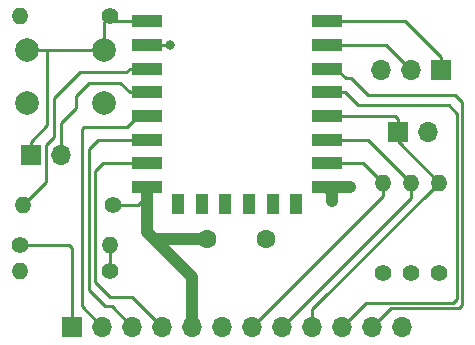
<source format=gbr>
%TF.GenerationSoftware,KiCad,Pcbnew,5.0.2-bee76a0~70~ubuntu18.04.1*%
%TF.CreationDate,2019-02-17T22:46:45-03:00*%
%TF.ProjectId,ESP12-breakout-r01,45535031-322d-4627-9265-616b6f75742d,rev?*%
%TF.SameCoordinates,Original*%
%TF.FileFunction,Copper,L1,Top*%
%TF.FilePolarity,Positive*%
%FSLAX46Y46*%
G04 Gerber Fmt 4.6, Leading zero omitted, Abs format (unit mm)*
G04 Created by KiCad (PCBNEW 5.0.2-bee76a0~70~ubuntu18.04.1) date dom 17 fev 2019 22:46:45 -03*
%MOMM*%
%LPD*%
G01*
G04 APERTURE LIST*
%ADD10C,1.400000*%
%ADD11O,1.400000X1.400000*%
%ADD12R,2.500000X1.000000*%
%ADD13R,1.000000X1.800000*%
%ADD14C,2.000000*%
%ADD15C,1.600000*%
%ADD16O,1.700000X1.700000*%
%ADD17R,1.700000X1.700000*%
%ADD18C,0.800000*%
%ADD19C,0.254000*%
%ADD20C,1.000000*%
G04 APERTURE END LIST*
D10*
X182308500Y-38100000D03*
D11*
X182308500Y-30480000D03*
X179959000Y-30480000D03*
D10*
X179959000Y-38100000D03*
X177546000Y-38100000D03*
D11*
X177546000Y-30480000D03*
X146875500Y-37973000D03*
D10*
X154495500Y-37973000D03*
X146875500Y-35750500D03*
D11*
X154495500Y-35750500D03*
X147066000Y-32385000D03*
D10*
X154686000Y-32385000D03*
X154432000Y-16383000D03*
D11*
X146812000Y-16383000D03*
D12*
X172827000Y-16820000D03*
X172827000Y-18820000D03*
X172827000Y-20820000D03*
X172827000Y-22820000D03*
X172827000Y-24820000D03*
X172827000Y-26820000D03*
X172827000Y-28820000D03*
X172827000Y-30820000D03*
D13*
X170227000Y-32320000D03*
X168227000Y-32320000D03*
X166227000Y-32320000D03*
X164227000Y-32320000D03*
X162227000Y-32320000D03*
X160227000Y-32320000D03*
D12*
X157627000Y-30820000D03*
X157627000Y-28820000D03*
X157627000Y-26820000D03*
X157627000Y-24820000D03*
X157627000Y-22820000D03*
X157627000Y-20820000D03*
X157627000Y-18820000D03*
X157627000Y-16820000D03*
D14*
X153924000Y-19249000D03*
X153924000Y-23749000D03*
X147424000Y-19249000D03*
X147424000Y-23749000D03*
D15*
X162687000Y-35242500D03*
X167687000Y-35242500D03*
D16*
X181356000Y-26162000D03*
D17*
X178816000Y-26162000D03*
X147764500Y-28130500D03*
D16*
X150304500Y-28130500D03*
D17*
X182499000Y-20955000D03*
D16*
X179959000Y-20955000D03*
X177419000Y-20955000D03*
D17*
X151257000Y-42672000D03*
D16*
X153797000Y-42672000D03*
X156337000Y-42672000D03*
X158877000Y-42672000D03*
X161417000Y-42672000D03*
X163957000Y-42672000D03*
X166497000Y-42672000D03*
X169037000Y-42672000D03*
X171577000Y-42672000D03*
X174117000Y-42672000D03*
X176657000Y-42672000D03*
X179197000Y-42672000D03*
D18*
X159575500Y-18859500D03*
X174815500Y-30861000D03*
X173291500Y-32004000D03*
D19*
X154869000Y-16820000D02*
X154432000Y-16383000D01*
X157627000Y-16820000D02*
X154869000Y-16820000D01*
X153924000Y-16891000D02*
X154432000Y-16383000D01*
X153924000Y-19249000D02*
X153924000Y-16891000D01*
X147424000Y-19249000D02*
X148838213Y-19249000D01*
X149161500Y-25629500D02*
X149161500Y-19249000D01*
X147764500Y-28130500D02*
X147764500Y-27026500D01*
X147764500Y-27026500D02*
X149161500Y-25629500D01*
X153924000Y-19249000D02*
X149161500Y-19249000D01*
X149161500Y-19249000D02*
X147424000Y-19249000D01*
D20*
X157627000Y-32320000D02*
X157607000Y-32340000D01*
X157627000Y-30820000D02*
X157627000Y-32320000D01*
X157607000Y-32340000D02*
X157607000Y-34671000D01*
X158178500Y-35242500D02*
X162687000Y-35242500D01*
X157607000Y-34671000D02*
X158178500Y-35242500D01*
X161417000Y-38481000D02*
X158178500Y-35242500D01*
X161417000Y-42672000D02*
X161417000Y-38481000D01*
D19*
X157627000Y-31574000D02*
X157627000Y-30820000D01*
X156816000Y-32385000D02*
X157627000Y-31574000D01*
X154686000Y-32385000D02*
X156816000Y-32385000D01*
X149034500Y-30416500D02*
X147066000Y-32385000D01*
X149034500Y-27305000D02*
X149034500Y-30416500D01*
X156123000Y-20820000D02*
X155797500Y-21145500D01*
X157627000Y-20820000D02*
X156123000Y-20820000D01*
X149733000Y-26606500D02*
X149034500Y-27305000D01*
X155797500Y-21145500D02*
X151892000Y-21145500D01*
X151892000Y-21145500D02*
X149733000Y-23304500D01*
X149733000Y-23304500D02*
X149733000Y-26606500D01*
X151257000Y-42672000D02*
X151257000Y-36004500D01*
X151003000Y-35750500D02*
X146875500Y-35750500D01*
X151257000Y-36004500D02*
X151003000Y-35750500D01*
X154495500Y-37973000D02*
X154495500Y-35750500D01*
X157666500Y-18859500D02*
X157627000Y-18820000D01*
X159575500Y-18859500D02*
X157666500Y-18859500D01*
D20*
X172868000Y-30861000D02*
X172827000Y-30820000D01*
X174815500Y-30861000D02*
X172868000Y-30861000D01*
X173291500Y-31284500D02*
X172827000Y-30820000D01*
X173291500Y-32004000D02*
X173291500Y-31284500D01*
D19*
X175886000Y-28820000D02*
X177546000Y-30480000D01*
X172827000Y-28820000D02*
X175886000Y-28820000D01*
X177546000Y-31623000D02*
X166497000Y-42672000D01*
X177546000Y-30480000D02*
X177546000Y-31623000D01*
X169037000Y-42037000D02*
X169037000Y-42672000D01*
X176339500Y-26860500D02*
X176339500Y-26820000D01*
X179959000Y-30480000D02*
X176339500Y-26860500D01*
X176339500Y-26820000D02*
X172827000Y-26820000D01*
X179959000Y-31750000D02*
X169037000Y-42672000D01*
X179959000Y-30480000D02*
X179959000Y-31750000D01*
X171577000Y-41846500D02*
X171577000Y-42672000D01*
X178816000Y-25058000D02*
X178816000Y-26162000D01*
X178578000Y-24820000D02*
X178816000Y-25058000D01*
X172827000Y-24820000D02*
X178578000Y-24820000D01*
X178816000Y-26987500D02*
X178816000Y-26162000D01*
X182308500Y-30480000D02*
X178816000Y-26987500D01*
X171577000Y-41211500D02*
X171577000Y-42672000D01*
X182308500Y-30480000D02*
X171577000Y-41211500D01*
X157627000Y-22820000D02*
X156877000Y-22820000D01*
X150304500Y-25404538D02*
X151574500Y-24134538D01*
X150304500Y-28130500D02*
X150304500Y-25404538D01*
X151574500Y-24134538D02*
X151574500Y-23177500D01*
X151574500Y-23177500D02*
X152717500Y-22034500D01*
X155337500Y-22034500D02*
X156123000Y-22820000D01*
X156123000Y-22820000D02*
X157627000Y-22820000D01*
X152717500Y-22034500D02*
X155337500Y-22034500D01*
X152082500Y-25971500D02*
X152082500Y-40957500D01*
X155916000Y-25781000D02*
X152273000Y-25781000D01*
X152273000Y-25781000D02*
X152082500Y-25971500D01*
X157627000Y-24820000D02*
X156877000Y-24820000D01*
X152082500Y-40957500D02*
X153797000Y-42672000D01*
X156877000Y-24820000D02*
X155916000Y-25781000D01*
X156877000Y-26820000D02*
X156836500Y-26860500D01*
X157627000Y-26820000D02*
X156877000Y-26820000D01*
X153416000Y-26860500D02*
X152654000Y-27622500D01*
X156836500Y-26860500D02*
X153416000Y-26860500D01*
X152654000Y-27622500D02*
X152654000Y-39560500D01*
X152654000Y-39560500D02*
X154051000Y-40957500D01*
X154622500Y-40957500D02*
X156337000Y-42672000D01*
X154051000Y-40957500D02*
X154622500Y-40957500D01*
X154495500Y-40132000D02*
X156337000Y-40132000D01*
X153225500Y-38862000D02*
X154495500Y-40132000D01*
X153225500Y-29464000D02*
X153225500Y-38862000D01*
X157627000Y-28820000D02*
X153869500Y-28820000D01*
X156337000Y-40132000D02*
X158877000Y-42672000D01*
X153869500Y-28820000D02*
X153225500Y-29464000D01*
X174966999Y-41822001D02*
X174117000Y-42672000D01*
X176158510Y-40630490D02*
X174966999Y-41822001D01*
X183524510Y-40630490D02*
X176158510Y-40630490D01*
X172827000Y-22820000D02*
X174331000Y-22820000D01*
X174331000Y-22820000D02*
X175450500Y-23939500D01*
X175450500Y-23939500D02*
X183134000Y-23939500D01*
X183822990Y-24628490D02*
X183822990Y-40332010D01*
X183134000Y-23939500D02*
X183822990Y-24628490D01*
X183822990Y-40332010D02*
X183524510Y-40630490D01*
X173577000Y-20820000D02*
X174410500Y-21653500D01*
X172827000Y-20820000D02*
X173577000Y-20820000D01*
X174410500Y-21653500D02*
X174879000Y-21653500D01*
X174879000Y-21653500D02*
X176276000Y-23050500D01*
X176276000Y-23050500D02*
X183705500Y-23050500D01*
X183705500Y-23050500D02*
X184277000Y-23622000D01*
X184277000Y-23622000D02*
X184277000Y-40830500D01*
X184277000Y-40830500D02*
X184023000Y-41084500D01*
X178244500Y-41084500D02*
X176657000Y-42672000D01*
X184023000Y-41084500D02*
X178244500Y-41084500D01*
X177824000Y-18820000D02*
X172827000Y-18820000D01*
X179959000Y-20955000D02*
X177824000Y-18820000D01*
X174331000Y-16820000D02*
X172827000Y-16820000D01*
X179468000Y-16820000D02*
X174331000Y-16820000D01*
X182499000Y-19851000D02*
X179468000Y-16820000D01*
X182499000Y-20955000D02*
X182499000Y-19851000D01*
M02*

</source>
